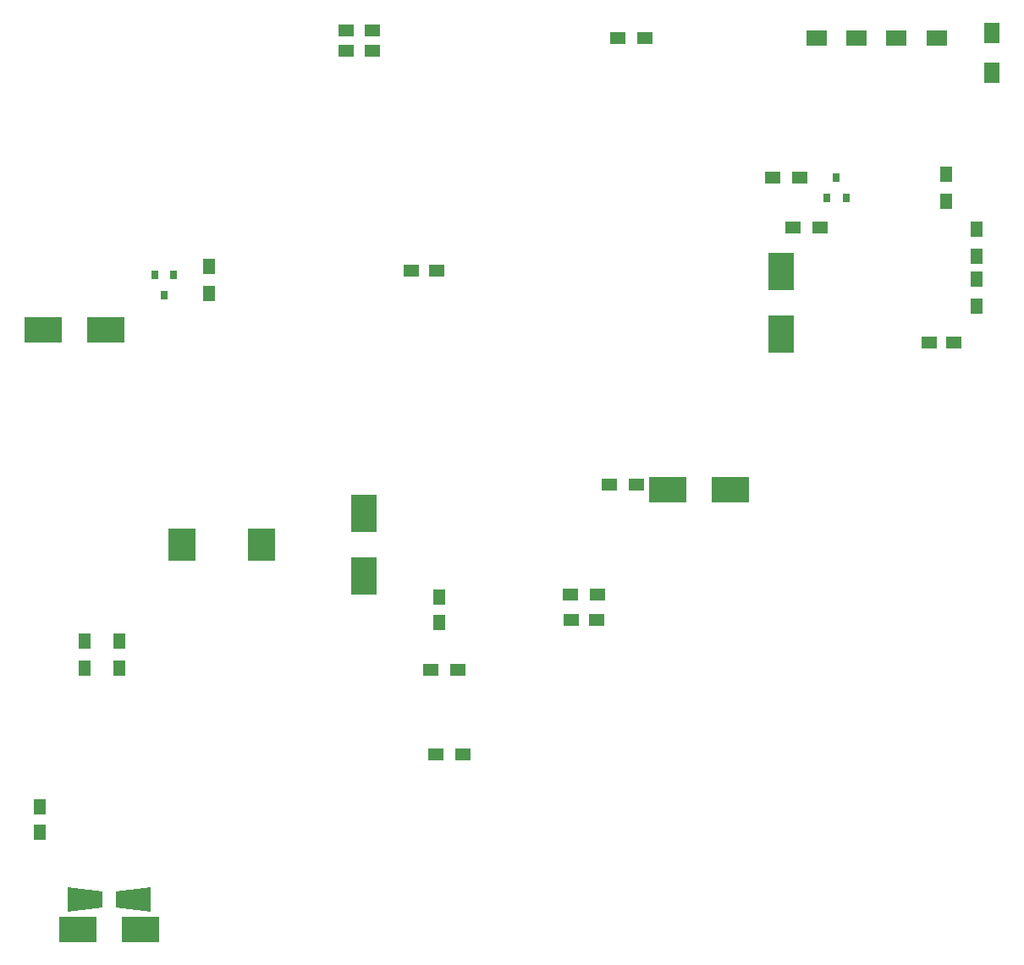
<source format=gtp>
G04 #@! TF.FileFunction,Paste,Top*
%FSLAX46Y46*%
G04 Gerber Fmt 4.6, Leading zero omitted, Abs format (unit mm)*
G04 Created by KiCad (PCBNEW 4.0.7) date 03/03/18 20:57:52*
%MOMM*%
%LPD*%
G01*
G04 APERTURE LIST*
%ADD10C,0.100000*%
%ADD11R,1.500000X1.250000*%
%ADD12R,3.750000X2.500000*%
%ADD13R,1.250000X1.500000*%
%ADD14R,2.500000X3.750000*%
%ADD15R,2.000000X1.600000*%
%ADD16R,1.600000X2.000000*%
%ADD17R,1.300000X1.500000*%
%ADD18R,1.500000X1.300000*%
%ADD19R,2.700000X3.200000*%
%ADD20R,0.800000X0.900000*%
G04 APERTURE END LIST*
D10*
D11*
X140250000Y-132000000D03*
X142750000Y-132000000D03*
D12*
X103375000Y-138000000D03*
X109625000Y-138000000D03*
D13*
X103000000Y-185750000D03*
X103000000Y-188250000D03*
D12*
X113125000Y-198000000D03*
X106875000Y-198000000D03*
D11*
X158750000Y-167000000D03*
X156250000Y-167000000D03*
D12*
X165875000Y-154000000D03*
X172125000Y-154000000D03*
D14*
X135500000Y-162625000D03*
X135500000Y-156375000D03*
D13*
X143000000Y-164750000D03*
X143000000Y-167250000D03*
D14*
X177250000Y-132125000D03*
X177250000Y-138375000D03*
D11*
X194500000Y-139250000D03*
X192000000Y-139250000D03*
D15*
X180750000Y-108750000D03*
X184750000Y-108750000D03*
X188750000Y-108750000D03*
X192750000Y-108750000D03*
D16*
X198250000Y-108250000D03*
X198250000Y-112250000D03*
D17*
X120000000Y-134350000D03*
X120000000Y-131650000D03*
D18*
X133650000Y-110000000D03*
X136350000Y-110000000D03*
X133650000Y-108000000D03*
X136350000Y-108000000D03*
X144850000Y-172000000D03*
X142150000Y-172000000D03*
X142650000Y-180500000D03*
X145350000Y-180500000D03*
X156150000Y-164500000D03*
X158850000Y-164500000D03*
X162750000Y-153450000D03*
X160050000Y-153450000D03*
D17*
X196750000Y-135600000D03*
X196750000Y-132900000D03*
X196750000Y-130600000D03*
X196750000Y-127900000D03*
X111000000Y-171850000D03*
X111000000Y-169150000D03*
D18*
X163600000Y-108750000D03*
X160900000Y-108750000D03*
X181100000Y-127750000D03*
X178400000Y-127750000D03*
D17*
X107500000Y-171850000D03*
X107500000Y-169150000D03*
D10*
G36*
X114163060Y-193801120D02*
X114163060Y-196198880D01*
X110662940Y-195800100D01*
X110662940Y-194199900D01*
X114163060Y-193801120D01*
X114163060Y-193801120D01*
G37*
G36*
X105836940Y-196198880D02*
X105836940Y-193801120D01*
X109337060Y-194199900D01*
X109337060Y-195800100D01*
X105836940Y-196198880D01*
X105836940Y-196198880D01*
G37*
D19*
X117300000Y-159500000D03*
X125200000Y-159500000D03*
D20*
X116450000Y-132500000D03*
X114550000Y-132500000D03*
X115500000Y-134500000D03*
X181800000Y-124750000D03*
X183700000Y-124750000D03*
X182750000Y-122750000D03*
D18*
X179100000Y-122750000D03*
X176400000Y-122750000D03*
D17*
X193750000Y-125100000D03*
X193750000Y-122400000D03*
M02*

</source>
